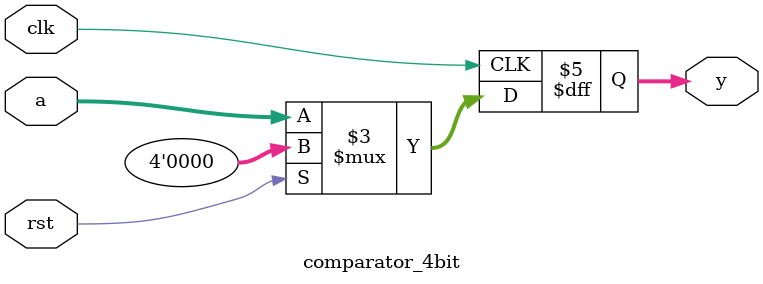
<source format=v>
/* 
 * Corevexis Semiconductor 
 * Example 39: COMPARATOR 4BIT 
 */

module comparator_4bit (
    input clk,
    input rst,
    input [3:0] a,
    output reg [3:0] y
);

always @(posedge clk) begin
    if(rst) y <= 4'b0;
    else y <= a; 
end

endmodule
</source>
